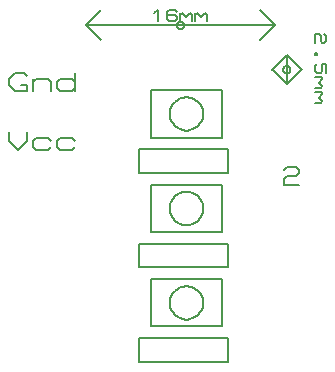
<source format=gto>
G04 PROTEUS RS274X GERBER FILE*
%FSLAX24Y24*%
%MOIN*%
%ADD12C,0.0080*%
G54D12*
X-5511Y+1374D02*
X-5511Y+1074D01*
X-5211Y+774D01*
X-4911Y+1074D01*
X-4911Y+1374D01*
X-4111Y+1074D02*
X-4211Y+1174D01*
X-4611Y+1174D01*
X-4711Y+1074D01*
X-4711Y+874D01*
X-4611Y+774D01*
X-4211Y+774D01*
X-4111Y+874D01*
X-3311Y+1074D02*
X-3411Y+1174D01*
X-3811Y+1174D01*
X-3911Y+1074D01*
X-3911Y+874D01*
X-3811Y+774D01*
X-3411Y+774D01*
X-3311Y+874D01*
X+3643Y+94D02*
X+3743Y+194D01*
X+4043Y+194D01*
X+4143Y+94D01*
X+4143Y-6D01*
X+4043Y-106D01*
X+3743Y-106D01*
X+3643Y-206D01*
X+3643Y-406D01*
X+4143Y-406D01*
X-5111Y+2943D02*
X-4911Y+2943D01*
X-4911Y+2743D01*
X-5311Y+2743D01*
X-5511Y+2943D01*
X-5511Y+3143D01*
X-5311Y+3343D01*
X-5011Y+3343D01*
X-4911Y+3243D01*
X-4711Y+2743D02*
X-4711Y+3143D01*
X-4711Y+3043D02*
X-4611Y+3143D01*
X-4211Y+3143D01*
X-4111Y+3043D01*
X-4111Y+2743D01*
X-3311Y+3043D02*
X-3411Y+3143D01*
X-3811Y+3143D01*
X-3911Y+3043D01*
X-3911Y+2843D01*
X-3811Y+2743D01*
X-3411Y+2743D01*
X-3311Y+2843D01*
X-3311Y+2743D02*
X-3311Y+3343D01*
X-787Y+1181D02*
X+1574Y+1181D01*
X+1574Y+2755D01*
X-787Y+2755D01*
X-787Y+1181D01*
X-787Y-1968D02*
X+1574Y-1968D01*
X+1574Y-393D01*
X-787Y-393D01*
X-787Y-1968D01*
X-787Y-5118D02*
X+1574Y-5118D01*
X+1574Y-3543D01*
X-787Y-3543D01*
X-787Y-5118D01*
X-1181Y-3149D02*
X+1771Y-3149D01*
X+1771Y-2362D01*
X-1181Y-2362D01*
X-1181Y-3149D01*
X-1181Y+0D02*
X+1771Y+0D01*
X+1771Y+787D01*
X-1181Y+787D01*
X-1181Y+0D01*
X-1181Y-6299D02*
X+1771Y-6299D01*
X+1771Y-5511D01*
X-1181Y-5511D01*
X-1181Y-6299D01*
X+949Y+1968D02*
X+947Y+2012D01*
X+933Y+2102D01*
X+902Y+2192D01*
X+852Y+2282D01*
X+775Y+2372D01*
X+685Y+2441D01*
X+595Y+2486D01*
X+505Y+2513D01*
X+415Y+2524D01*
X+393Y+2524D01*
X-163Y+1968D02*
X-161Y+2012D01*
X-147Y+2102D01*
X-116Y+2192D01*
X-66Y+2282D01*
X+11Y+2372D01*
X+101Y+2441D01*
X+191Y+2486D01*
X+281Y+2513D01*
X+371Y+2524D01*
X+393Y+2524D01*
X-163Y+1968D02*
X-161Y+1924D01*
X-147Y+1834D01*
X-116Y+1744D01*
X-66Y+1654D01*
X+11Y+1564D01*
X+101Y+1495D01*
X+191Y+1450D01*
X+281Y+1423D01*
X+371Y+1412D01*
X+393Y+1412D01*
X+949Y+1968D02*
X+947Y+1924D01*
X+933Y+1834D01*
X+902Y+1744D01*
X+852Y+1654D01*
X+775Y+1564D01*
X+685Y+1495D01*
X+595Y+1450D01*
X+505Y+1423D01*
X+415Y+1412D01*
X+393Y+1412D01*
X+949Y-1181D02*
X+947Y-1137D01*
X+933Y-1047D01*
X+902Y-957D01*
X+852Y-867D01*
X+775Y-777D01*
X+685Y-708D01*
X+595Y-663D01*
X+505Y-636D01*
X+415Y-625D01*
X+393Y-625D01*
X-163Y-1181D02*
X-161Y-1137D01*
X-147Y-1047D01*
X-116Y-957D01*
X-66Y-867D01*
X+11Y-777D01*
X+101Y-708D01*
X+191Y-663D01*
X+281Y-636D01*
X+371Y-625D01*
X+393Y-625D01*
X-163Y-1181D02*
X-161Y-1225D01*
X-147Y-1315D01*
X-116Y-1405D01*
X-66Y-1495D01*
X+11Y-1585D01*
X+101Y-1654D01*
X+191Y-1699D01*
X+281Y-1726D01*
X+371Y-1737D01*
X+393Y-1737D01*
X+949Y-1181D02*
X+947Y-1225D01*
X+933Y-1315D01*
X+902Y-1405D01*
X+852Y-1495D01*
X+775Y-1585D01*
X+685Y-1654D01*
X+595Y-1699D01*
X+505Y-1726D01*
X+415Y-1737D01*
X+393Y-1737D01*
X+949Y-4330D02*
X+947Y-4286D01*
X+933Y-4196D01*
X+902Y-4106D01*
X+852Y-4016D01*
X+775Y-3926D01*
X+685Y-3857D01*
X+595Y-3812D01*
X+505Y-3785D01*
X+415Y-3774D01*
X+393Y-3774D01*
X-163Y-4330D02*
X-161Y-4286D01*
X-147Y-4196D01*
X-116Y-4106D01*
X-66Y-4016D01*
X+11Y-3926D01*
X+101Y-3857D01*
X+191Y-3812D01*
X+281Y-3785D01*
X+371Y-3774D01*
X+393Y-3774D01*
X-163Y-4330D02*
X-161Y-4374D01*
X-147Y-4464D01*
X-116Y-4554D01*
X-66Y-4644D01*
X+11Y-4734D01*
X+101Y-4803D01*
X+191Y-4848D01*
X+281Y-4875D01*
X+371Y-4886D01*
X+393Y-4886D01*
X+949Y-4330D02*
X+947Y-4374D01*
X+933Y-4464D01*
X+902Y-4554D01*
X+852Y-4644D01*
X+775Y-4734D01*
X+685Y-4803D01*
X+595Y-4848D01*
X+505Y-4875D01*
X+415Y-4886D01*
X+393Y-4886D01*
X-2952Y+4921D02*
X+3346Y+4921D01*
X-2952Y+4921D02*
X-2452Y+4421D01*
X-2952Y+4921D02*
X-2452Y+5421D01*
X+3346Y+4921D02*
X+2846Y+5421D01*
X+3346Y+4921D02*
X+2846Y+4421D01*
X+321Y+4921D02*
X+321Y+4930D01*
X+318Y+4950D01*
X+311Y+4970D01*
X+300Y+4990D01*
X+284Y+5010D01*
X+264Y+5026D01*
X+244Y+5036D01*
X+224Y+5043D01*
X+204Y+5046D01*
X+196Y+5046D01*
X+71Y+4921D02*
X+71Y+4930D01*
X+74Y+4950D01*
X+81Y+4970D01*
X+92Y+4990D01*
X+108Y+5010D01*
X+128Y+5026D01*
X+148Y+5036D01*
X+168Y+5043D01*
X+188Y+5046D01*
X+196Y+5046D01*
X+71Y+4921D02*
X+71Y+4912D01*
X+74Y+4892D01*
X+81Y+4872D01*
X+92Y+4852D01*
X+108Y+4832D01*
X+128Y+4816D01*
X+148Y+4806D01*
X+168Y+4799D01*
X+188Y+4796D01*
X+196Y+4796D01*
X+321Y+4921D02*
X+321Y+4912D01*
X+318Y+4892D01*
X+311Y+4872D01*
X+300Y+4852D01*
X+284Y+4832D01*
X+264Y+4816D01*
X+244Y+4806D01*
X+224Y+4799D01*
X+204Y+4796D01*
X+196Y+4796D01*
X-678Y+5321D02*
X-553Y+5441D01*
X-553Y+5081D01*
X+72Y+5381D02*
X+9Y+5441D01*
X-178Y+5441D01*
X-241Y+5381D01*
X-241Y+5141D01*
X-178Y+5081D01*
X+9Y+5081D01*
X+72Y+5141D01*
X+72Y+5201D01*
X+9Y+5261D01*
X-241Y+5261D01*
X+197Y+5081D02*
X+197Y+5321D01*
X+197Y+5261D02*
X+259Y+5321D01*
X+384Y+5201D01*
X+509Y+5321D01*
X+572Y+5261D01*
X+572Y+5081D01*
X+697Y+5081D02*
X+697Y+5321D01*
X+697Y+5261D02*
X+759Y+5321D01*
X+884Y+5201D01*
X+1009Y+5321D01*
X+1072Y+5261D01*
X+1072Y+5081D01*
X+3740Y+3937D02*
X+3740Y+2952D01*
X+3740Y+3937D02*
X+3240Y+3437D01*
X+3740Y+3937D02*
X+4240Y+3437D01*
X+3740Y+2952D02*
X+4240Y+3452D01*
X+3740Y+2952D02*
X+3240Y+3452D01*
X+3865Y+3444D02*
X+3865Y+3453D01*
X+3862Y+3473D01*
X+3855Y+3493D01*
X+3844Y+3513D01*
X+3828Y+3533D01*
X+3808Y+3549D01*
X+3788Y+3559D01*
X+3768Y+3566D01*
X+3748Y+3569D01*
X+3740Y+3569D01*
X+3615Y+3444D02*
X+3615Y+3453D01*
X+3618Y+3473D01*
X+3625Y+3493D01*
X+3636Y+3513D01*
X+3652Y+3533D01*
X+3672Y+3549D01*
X+3692Y+3559D01*
X+3712Y+3566D01*
X+3732Y+3569D01*
X+3740Y+3569D01*
X+3615Y+3444D02*
X+3615Y+3435D01*
X+3618Y+3415D01*
X+3625Y+3395D01*
X+3636Y+3375D01*
X+3652Y+3355D01*
X+3672Y+3339D01*
X+3692Y+3329D01*
X+3712Y+3322D01*
X+3732Y+3319D01*
X+3740Y+3319D01*
X+3865Y+3444D02*
X+3865Y+3435D01*
X+3862Y+3415D01*
X+3855Y+3395D01*
X+3844Y+3375D01*
X+3828Y+3355D01*
X+3808Y+3339D01*
X+3788Y+3329D01*
X+3768Y+3322D01*
X+3748Y+3319D01*
X+3740Y+3319D01*
X+4987Y+4632D02*
X+5047Y+4569D01*
X+5047Y+4382D01*
X+4987Y+4319D01*
X+4927Y+4319D01*
X+4867Y+4382D01*
X+4867Y+4569D01*
X+4807Y+4632D01*
X+4687Y+4632D01*
X+4687Y+4319D01*
X+4747Y+4007D02*
X+4747Y+3944D01*
X+4687Y+3944D01*
X+4687Y+4007D01*
X+4747Y+4007D01*
X+5047Y+3319D02*
X+5047Y+3632D01*
X+4927Y+3632D01*
X+4927Y+3382D01*
X+4867Y+3319D01*
X+4747Y+3319D01*
X+4687Y+3382D01*
X+4687Y+3569D01*
X+4747Y+3632D01*
X+4687Y+3194D02*
X+4927Y+3194D01*
X+4867Y+3194D02*
X+4927Y+3132D01*
X+4807Y+3007D01*
X+4927Y+2882D01*
X+4867Y+2819D01*
X+4687Y+2819D01*
X+4687Y+2694D02*
X+4927Y+2694D01*
X+4867Y+2694D02*
X+4927Y+2632D01*
X+4807Y+2507D01*
X+4927Y+2382D01*
X+4867Y+2319D01*
X+4687Y+2319D01*
M00*

</source>
